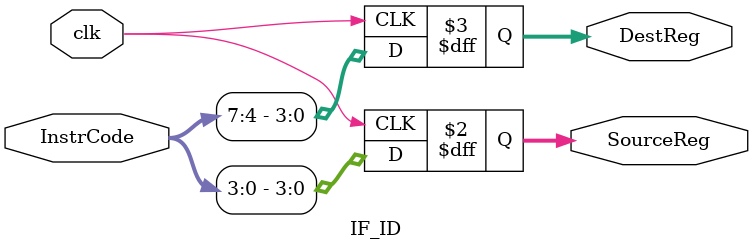
<source format=v>
`timescale 1ns / 1ps

module IF_ID(
	input clk,
	input [7:0] InstrCode,
	output reg [3:0] SourceReg,
	output reg [3:0] DestReg
	);

always @(posedge clk)
begin

SourceReg <= InstrCode[3:0];
DestReg <= InstrCode[7:4];

end

endmodule

</source>
